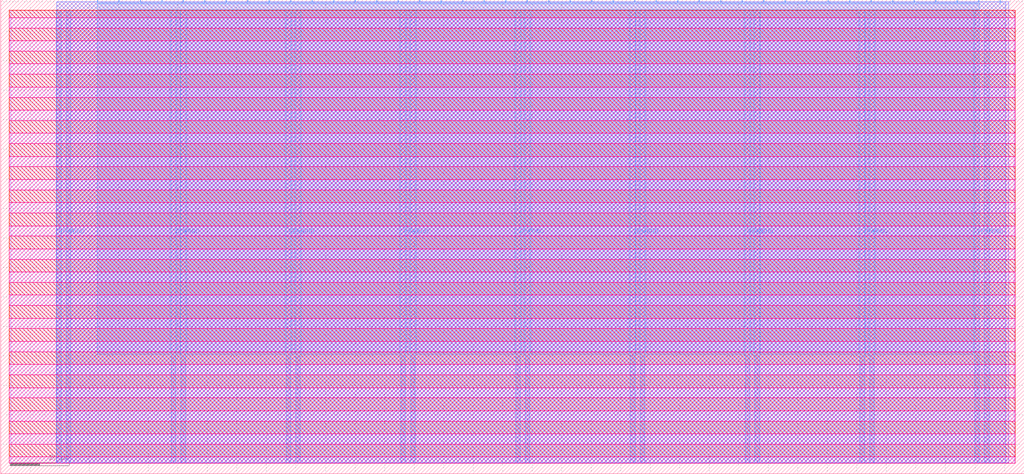
<source format=lef>
VERSION 5.7 ;
  NOWIREEXTENSIONATPIN ON ;
  DIVIDERCHAR "/" ;
  BUSBITCHARS "[]" ;
MACRO tt_um_multi_bit_puf_wrapper
  CLASS BLOCK ;
  FOREIGN tt_um_multi_bit_puf_wrapper ;
  ORIGIN 0.000 0.000 ;
  SIZE 346.640 BY 160.720 ;
  PIN VGND
    DIRECTION INOUT ;
    USE GROUND ;
    PORT
      LAYER Metal4 ;
        RECT 22.180 3.620 23.780 157.100 ;
    END
    PORT
      LAYER Metal4 ;
        RECT 61.050 3.620 62.650 157.100 ;
    END
    PORT
      LAYER Metal4 ;
        RECT 99.920 3.620 101.520 157.100 ;
    END
    PORT
      LAYER Metal4 ;
        RECT 138.790 3.620 140.390 157.100 ;
    END
    PORT
      LAYER Metal4 ;
        RECT 177.660 3.620 179.260 157.100 ;
    END
    PORT
      LAYER Metal4 ;
        RECT 216.530 3.620 218.130 157.100 ;
    END
    PORT
      LAYER Metal4 ;
        RECT 255.400 3.620 257.000 157.100 ;
    END
    PORT
      LAYER Metal4 ;
        RECT 294.270 3.620 295.870 157.100 ;
    END
    PORT
      LAYER Metal4 ;
        RECT 333.140 3.620 334.740 157.100 ;
    END
  END VGND
  PIN VPWR
    DIRECTION INOUT ;
    USE POWER ;
    PORT
      LAYER Metal4 ;
        RECT 18.880 3.620 20.480 157.100 ;
    END
    PORT
      LAYER Metal4 ;
        RECT 57.750 3.620 59.350 157.100 ;
    END
    PORT
      LAYER Metal4 ;
        RECT 96.620 3.620 98.220 157.100 ;
    END
    PORT
      LAYER Metal4 ;
        RECT 135.490 3.620 137.090 157.100 ;
    END
    PORT
      LAYER Metal4 ;
        RECT 174.360 3.620 175.960 157.100 ;
    END
    PORT
      LAYER Metal4 ;
        RECT 213.230 3.620 214.830 157.100 ;
    END
    PORT
      LAYER Metal4 ;
        RECT 252.100 3.620 253.700 157.100 ;
    END
    PORT
      LAYER Metal4 ;
        RECT 290.970 3.620 292.570 157.100 ;
    END
    PORT
      LAYER Metal4 ;
        RECT 329.840 3.620 331.440 157.100 ;
    END
  END VPWR
  PIN clk
    DIRECTION INPUT ;
    USE SIGNAL ;
    ANTENNAGATEAREA 4.738000 ;
    PORT
      LAYER Metal4 ;
        RECT 331.090 159.720 331.390 160.720 ;
    END
  END clk
  PIN ena
    DIRECTION INPUT ;
    USE SIGNAL ;
    PORT
      LAYER Metal4 ;
        RECT 338.370 159.720 338.670 160.720 ;
    END
  END ena
  PIN rst_n
    DIRECTION INPUT ;
    USE SIGNAL ;
    ANTENNAGATEAREA 1.183000 ;
    PORT
      LAYER Metal4 ;
        RECT 323.810 159.720 324.110 160.720 ;
    END
  END rst_n
  PIN ui_in[0]
    DIRECTION INPUT ;
    USE SIGNAL ;
    ANTENNAGATEAREA 0.498500 ;
    PORT
      LAYER Metal4 ;
        RECT 316.530 159.720 316.830 160.720 ;
    END
  END ui_in[0]
  PIN ui_in[1]
    DIRECTION INPUT ;
    USE SIGNAL ;
    ANTENNAGATEAREA 0.726000 ;
    PORT
      LAYER Metal4 ;
        RECT 309.250 159.720 309.550 160.720 ;
    END
  END ui_in[1]
  PIN ui_in[2]
    DIRECTION INPUT ;
    USE SIGNAL ;
    ANTENNAGATEAREA 0.396000 ;
    PORT
      LAYER Metal4 ;
        RECT 301.970 159.720 302.270 160.720 ;
    END
  END ui_in[2]
  PIN ui_in[3]
    DIRECTION INPUT ;
    USE SIGNAL ;
    ANTENNAGATEAREA 0.741000 ;
    PORT
      LAYER Metal4 ;
        RECT 294.690 159.720 294.990 160.720 ;
    END
  END ui_in[3]
  PIN ui_in[4]
    DIRECTION INPUT ;
    USE SIGNAL ;
    PORT
      LAYER Metal4 ;
        RECT 287.410 159.720 287.710 160.720 ;
    END
  END ui_in[4]
  PIN ui_in[5]
    DIRECTION INPUT ;
    USE SIGNAL ;
    PORT
      LAYER Metal4 ;
        RECT 280.130 159.720 280.430 160.720 ;
    END
  END ui_in[5]
  PIN ui_in[6]
    DIRECTION INPUT ;
    USE SIGNAL ;
    PORT
      LAYER Metal4 ;
        RECT 272.850 159.720 273.150 160.720 ;
    END
  END ui_in[6]
  PIN ui_in[7]
    DIRECTION INPUT ;
    USE SIGNAL ;
    ANTENNAGATEAREA 0.741000 ;
    PORT
      LAYER Metal4 ;
        RECT 265.570 159.720 265.870 160.720 ;
    END
  END ui_in[7]
  PIN uio_in[0]
    DIRECTION INPUT ;
    USE SIGNAL ;
    PORT
      LAYER Metal4 ;
        RECT 258.290 159.720 258.590 160.720 ;
    END
  END uio_in[0]
  PIN uio_in[1]
    DIRECTION INPUT ;
    USE SIGNAL ;
    PORT
      LAYER Metal4 ;
        RECT 251.010 159.720 251.310 160.720 ;
    END
  END uio_in[1]
  PIN uio_in[2]
    DIRECTION INPUT ;
    USE SIGNAL ;
    PORT
      LAYER Metal4 ;
        RECT 243.730 159.720 244.030 160.720 ;
    END
  END uio_in[2]
  PIN uio_in[3]
    DIRECTION INPUT ;
    USE SIGNAL ;
    PORT
      LAYER Metal4 ;
        RECT 236.450 159.720 236.750 160.720 ;
    END
  END uio_in[3]
  PIN uio_in[4]
    DIRECTION INPUT ;
    USE SIGNAL ;
    PORT
      LAYER Metal4 ;
        RECT 229.170 159.720 229.470 160.720 ;
    END
  END uio_in[4]
  PIN uio_in[5]
    DIRECTION INPUT ;
    USE SIGNAL ;
    PORT
      LAYER Metal4 ;
        RECT 221.890 159.720 222.190 160.720 ;
    END
  END uio_in[5]
  PIN uio_in[6]
    DIRECTION INPUT ;
    USE SIGNAL ;
    PORT
      LAYER Metal4 ;
        RECT 214.610 159.720 214.910 160.720 ;
    END
  END uio_in[6]
  PIN uio_in[7]
    DIRECTION INPUT ;
    USE SIGNAL ;
    PORT
      LAYER Metal4 ;
        RECT 207.330 159.720 207.630 160.720 ;
    END
  END uio_in[7]
  PIN uio_oe[0]
    DIRECTION OUTPUT ;
    USE SIGNAL ;
    ANTENNADIFFAREA 0.360800 ;
    PORT
      LAYER Metal4 ;
        RECT 83.570 159.720 83.870 160.720 ;
    END
  END uio_oe[0]
  PIN uio_oe[1]
    DIRECTION OUTPUT ;
    USE SIGNAL ;
    ANTENNADIFFAREA 0.360800 ;
    PORT
      LAYER Metal4 ;
        RECT 76.290 159.720 76.590 160.720 ;
    END
  END uio_oe[1]
  PIN uio_oe[2]
    DIRECTION OUTPUT ;
    USE SIGNAL ;
    ANTENNADIFFAREA 0.360800 ;
    PORT
      LAYER Metal4 ;
        RECT 69.010 159.720 69.310 160.720 ;
    END
  END uio_oe[2]
  PIN uio_oe[3]
    DIRECTION OUTPUT ;
    USE SIGNAL ;
    ANTENNADIFFAREA 0.360800 ;
    PORT
      LAYER Metal4 ;
        RECT 61.730 159.720 62.030 160.720 ;
    END
  END uio_oe[3]
  PIN uio_oe[4]
    DIRECTION OUTPUT ;
    USE SIGNAL ;
    ANTENNADIFFAREA 0.360800 ;
    PORT
      LAYER Metal4 ;
        RECT 54.450 159.720 54.750 160.720 ;
    END
  END uio_oe[4]
  PIN uio_oe[5]
    DIRECTION OUTPUT ;
    USE SIGNAL ;
    ANTENNADIFFAREA 0.360800 ;
    PORT
      LAYER Metal4 ;
        RECT 47.170 159.720 47.470 160.720 ;
    END
  END uio_oe[5]
  PIN uio_oe[6]
    DIRECTION OUTPUT ;
    USE SIGNAL ;
    ANTENNADIFFAREA 0.360800 ;
    PORT
      LAYER Metal4 ;
        RECT 39.890 159.720 40.190 160.720 ;
    END
  END uio_oe[6]
  PIN uio_oe[7]
    DIRECTION OUTPUT ;
    USE SIGNAL ;
    ANTENNADIFFAREA 0.360800 ;
    PORT
      LAYER Metal4 ;
        RECT 32.610 159.720 32.910 160.720 ;
    END
  END uio_oe[7]
  PIN uio_out[0]
    DIRECTION OUTPUT ;
    USE SIGNAL ;
    ANTENNADIFFAREA 0.360800 ;
    PORT
      LAYER Metal4 ;
        RECT 141.810 159.720 142.110 160.720 ;
    END
  END uio_out[0]
  PIN uio_out[1]
    DIRECTION OUTPUT ;
    USE SIGNAL ;
    ANTENNADIFFAREA 0.360800 ;
    PORT
      LAYER Metal4 ;
        RECT 134.530 159.720 134.830 160.720 ;
    END
  END uio_out[1]
  PIN uio_out[2]
    DIRECTION OUTPUT ;
    USE SIGNAL ;
    ANTENNADIFFAREA 0.360800 ;
    PORT
      LAYER Metal4 ;
        RECT 127.250 159.720 127.550 160.720 ;
    END
  END uio_out[2]
  PIN uio_out[3]
    DIRECTION OUTPUT ;
    USE SIGNAL ;
    ANTENNADIFFAREA 0.360800 ;
    PORT
      LAYER Metal4 ;
        RECT 119.970 159.720 120.270 160.720 ;
    END
  END uio_out[3]
  PIN uio_out[4]
    DIRECTION OUTPUT ;
    USE SIGNAL ;
    ANTENNADIFFAREA 0.360800 ;
    PORT
      LAYER Metal4 ;
        RECT 112.690 159.720 112.990 160.720 ;
    END
  END uio_out[4]
  PIN uio_out[5]
    DIRECTION OUTPUT ;
    USE SIGNAL ;
    ANTENNADIFFAREA 0.360800 ;
    PORT
      LAYER Metal4 ;
        RECT 105.410 159.720 105.710 160.720 ;
    END
  END uio_out[5]
  PIN uio_out[6]
    DIRECTION OUTPUT ;
    USE SIGNAL ;
    ANTENNADIFFAREA 0.360800 ;
    PORT
      LAYER Metal4 ;
        RECT 98.130 159.720 98.430 160.720 ;
    END
  END uio_out[6]
  PIN uio_out[7]
    DIRECTION OUTPUT ;
    USE SIGNAL ;
    ANTENNADIFFAREA 0.360800 ;
    PORT
      LAYER Metal4 ;
        RECT 90.850 159.720 91.150 160.720 ;
    END
  END uio_out[7]
  PIN uo_out[0]
    DIRECTION OUTPUT ;
    USE SIGNAL ;
    ANTENNADIFFAREA 1.055600 ;
    PORT
      LAYER Metal4 ;
        RECT 200.050 159.720 200.350 160.720 ;
    END
  END uo_out[0]
  PIN uo_out[1]
    DIRECTION OUTPUT ;
    USE SIGNAL ;
    ANTENNADIFFAREA 1.055600 ;
    PORT
      LAYER Metal4 ;
        RECT 192.770 159.720 193.070 160.720 ;
    END
  END uo_out[1]
  PIN uo_out[2]
    DIRECTION OUTPUT ;
    USE SIGNAL ;
    ANTENNADIFFAREA 1.055600 ;
    PORT
      LAYER Metal4 ;
        RECT 185.490 159.720 185.790 160.720 ;
    END
  END uo_out[2]
  PIN uo_out[3]
    DIRECTION OUTPUT ;
    USE SIGNAL ;
    ANTENNADIFFAREA 1.055600 ;
    PORT
      LAYER Metal4 ;
        RECT 178.210 159.720 178.510 160.720 ;
    END
  END uo_out[3]
  PIN uo_out[4]
    DIRECTION OUTPUT ;
    USE SIGNAL ;
    ANTENNADIFFAREA 1.055600 ;
    PORT
      LAYER Metal4 ;
        RECT 170.930 159.720 171.230 160.720 ;
    END
  END uo_out[4]
  PIN uo_out[5]
    DIRECTION OUTPUT ;
    USE SIGNAL ;
    ANTENNADIFFAREA 1.055600 ;
    PORT
      LAYER Metal4 ;
        RECT 163.650 159.720 163.950 160.720 ;
    END
  END uo_out[5]
  PIN uo_out[6]
    DIRECTION OUTPUT ;
    USE SIGNAL ;
    ANTENNADIFFAREA 1.055600 ;
    PORT
      LAYER Metal4 ;
        RECT 156.370 159.720 156.670 160.720 ;
    END
  END uo_out[6]
  PIN uo_out[7]
    DIRECTION OUTPUT ;
    USE SIGNAL ;
    ANTENNADIFFAREA 1.055600 ;
    PORT
      LAYER Metal4 ;
        RECT 149.090 159.720 149.390 160.720 ;
    END
  END uo_out[7]
  OBS
      LAYER Nwell ;
        RECT 2.930 154.640 343.710 157.230 ;
      LAYER Pwell ;
        RECT 2.930 151.120 343.710 154.640 ;
      LAYER Nwell ;
        RECT 2.930 146.800 343.710 151.120 ;
      LAYER Pwell ;
        RECT 2.930 143.280 343.710 146.800 ;
      LAYER Nwell ;
        RECT 2.930 138.960 343.710 143.280 ;
      LAYER Pwell ;
        RECT 2.930 135.440 343.710 138.960 ;
      LAYER Nwell ;
        RECT 2.930 131.120 343.710 135.440 ;
      LAYER Pwell ;
        RECT 2.930 127.600 343.710 131.120 ;
      LAYER Nwell ;
        RECT 2.930 123.280 343.710 127.600 ;
      LAYER Pwell ;
        RECT 2.930 119.760 343.710 123.280 ;
      LAYER Nwell ;
        RECT 2.930 115.440 343.710 119.760 ;
      LAYER Pwell ;
        RECT 2.930 111.920 343.710 115.440 ;
      LAYER Nwell ;
        RECT 2.930 107.600 343.710 111.920 ;
      LAYER Pwell ;
        RECT 2.930 104.080 343.710 107.600 ;
      LAYER Nwell ;
        RECT 2.930 99.760 343.710 104.080 ;
      LAYER Pwell ;
        RECT 2.930 96.240 343.710 99.760 ;
      LAYER Nwell ;
        RECT 2.930 91.920 343.710 96.240 ;
      LAYER Pwell ;
        RECT 2.930 88.400 343.710 91.920 ;
      LAYER Nwell ;
        RECT 2.930 84.080 343.710 88.400 ;
      LAYER Pwell ;
        RECT 2.930 80.560 343.710 84.080 ;
      LAYER Nwell ;
        RECT 2.930 76.240 343.710 80.560 ;
      LAYER Pwell ;
        RECT 2.930 72.720 343.710 76.240 ;
      LAYER Nwell ;
        RECT 2.930 68.400 343.710 72.720 ;
      LAYER Pwell ;
        RECT 2.930 64.880 343.710 68.400 ;
      LAYER Nwell ;
        RECT 2.930 60.560 343.710 64.880 ;
      LAYER Pwell ;
        RECT 2.930 57.040 343.710 60.560 ;
      LAYER Nwell ;
        RECT 2.930 52.720 343.710 57.040 ;
      LAYER Pwell ;
        RECT 2.930 49.200 343.710 52.720 ;
      LAYER Nwell ;
        RECT 2.930 44.880 343.710 49.200 ;
      LAYER Pwell ;
        RECT 2.930 41.360 343.710 44.880 ;
      LAYER Nwell ;
        RECT 2.930 37.040 343.710 41.360 ;
      LAYER Pwell ;
        RECT 2.930 33.520 343.710 37.040 ;
      LAYER Nwell ;
        RECT 2.930 29.200 343.710 33.520 ;
      LAYER Pwell ;
        RECT 2.930 25.680 343.710 29.200 ;
      LAYER Nwell ;
        RECT 2.930 21.360 343.710 25.680 ;
      LAYER Pwell ;
        RECT 2.930 17.840 343.710 21.360 ;
      LAYER Nwell ;
        RECT 2.930 13.520 343.710 17.840 ;
      LAYER Pwell ;
        RECT 2.930 10.000 343.710 13.520 ;
      LAYER Nwell ;
        RECT 2.930 5.680 343.710 10.000 ;
      LAYER Pwell ;
        RECT 2.930 3.490 343.710 5.680 ;
      LAYER Metal1 ;
        RECT 3.360 3.620 343.280 157.100 ;
      LAYER Metal2 ;
        RECT 19.020 3.730 341.460 160.070 ;
      LAYER Metal3 ;
        RECT 18.970 3.780 340.390 160.020 ;
      LAYER Metal4 ;
        RECT 33.210 159.420 39.590 159.720 ;
        RECT 40.490 159.420 46.870 159.720 ;
        RECT 47.770 159.420 54.150 159.720 ;
        RECT 55.050 159.420 61.430 159.720 ;
        RECT 62.330 159.420 68.710 159.720 ;
        RECT 69.610 159.420 75.990 159.720 ;
        RECT 76.890 159.420 83.270 159.720 ;
        RECT 84.170 159.420 90.550 159.720 ;
        RECT 91.450 159.420 97.830 159.720 ;
        RECT 98.730 159.420 105.110 159.720 ;
        RECT 106.010 159.420 112.390 159.720 ;
        RECT 113.290 159.420 119.670 159.720 ;
        RECT 120.570 159.420 126.950 159.720 ;
        RECT 127.850 159.420 134.230 159.720 ;
        RECT 135.130 159.420 141.510 159.720 ;
        RECT 142.410 159.420 148.790 159.720 ;
        RECT 149.690 159.420 156.070 159.720 ;
        RECT 156.970 159.420 163.350 159.720 ;
        RECT 164.250 159.420 170.630 159.720 ;
        RECT 171.530 159.420 177.910 159.720 ;
        RECT 178.810 159.420 185.190 159.720 ;
        RECT 186.090 159.420 192.470 159.720 ;
        RECT 193.370 159.420 199.750 159.720 ;
        RECT 200.650 159.420 207.030 159.720 ;
        RECT 207.930 159.420 214.310 159.720 ;
        RECT 215.210 159.420 221.590 159.720 ;
        RECT 222.490 159.420 228.870 159.720 ;
        RECT 229.770 159.420 236.150 159.720 ;
        RECT 237.050 159.420 243.430 159.720 ;
        RECT 244.330 159.420 250.710 159.720 ;
        RECT 251.610 159.420 257.990 159.720 ;
        RECT 258.890 159.420 265.270 159.720 ;
        RECT 266.170 159.420 272.550 159.720 ;
        RECT 273.450 159.420 279.830 159.720 ;
        RECT 280.730 159.420 287.110 159.720 ;
        RECT 288.010 159.420 294.390 159.720 ;
        RECT 295.290 159.420 301.670 159.720 ;
        RECT 302.570 159.420 308.950 159.720 ;
        RECT 309.850 159.420 316.230 159.720 ;
        RECT 317.130 159.420 323.510 159.720 ;
        RECT 324.410 159.420 330.790 159.720 ;
        RECT 32.620 157.400 331.380 159.420 ;
        RECT 32.620 40.410 57.450 157.400 ;
        RECT 59.650 40.410 60.750 157.400 ;
        RECT 62.950 40.410 96.320 157.400 ;
        RECT 98.520 40.410 99.620 157.400 ;
        RECT 101.820 40.410 135.190 157.400 ;
        RECT 137.390 40.410 138.490 157.400 ;
        RECT 140.690 40.410 174.060 157.400 ;
        RECT 176.260 40.410 177.360 157.400 ;
        RECT 179.560 40.410 212.930 157.400 ;
        RECT 215.130 40.410 216.230 157.400 ;
        RECT 218.430 40.410 251.800 157.400 ;
        RECT 254.000 40.410 255.100 157.400 ;
        RECT 257.300 40.410 290.670 157.400 ;
        RECT 292.870 40.410 293.970 157.400 ;
        RECT 296.170 40.410 329.540 157.400 ;
  END
END tt_um_multi_bit_puf_wrapper
END LIBRARY


</source>
